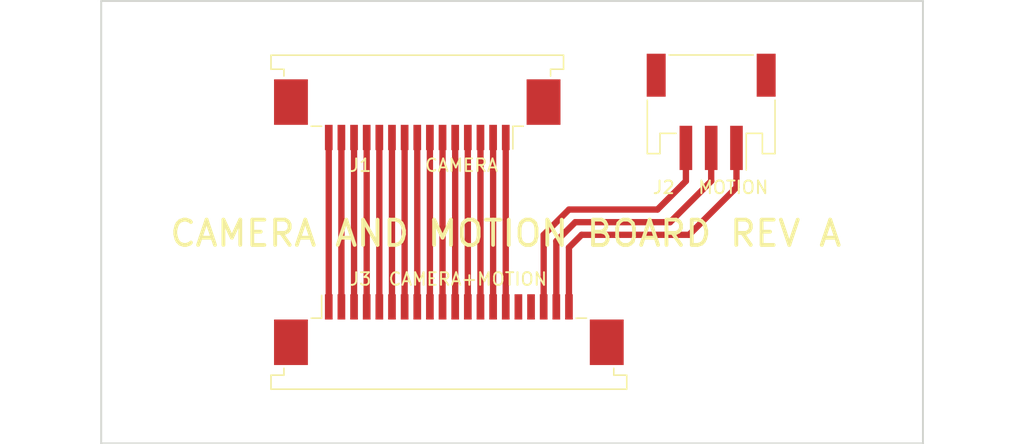
<source format=kicad_pcb>
(kicad_pcb (version 4) (host pcbnew 4.0.6)

  (general
    (links 18)
    (no_connects 0)
    (area 91.919048 99.924999 173.080953 135.075001)
    (thickness 1.6)
    (drawings 5)
    (tracks 33)
    (zones 0)
    (modules 7)
    (nets 21)
  )

  (page A4)
  (layers
    (0 F.Cu signal)
    (31 B.Cu signal)
    (32 B.Adhes user)
    (33 F.Adhes user)
    (34 B.Paste user)
    (35 F.Paste user)
    (36 B.SilkS user)
    (37 F.SilkS user)
    (38 B.Mask user)
    (39 F.Mask user)
    (40 Dwgs.User user)
    (41 Cmts.User user)
    (42 Eco1.User user)
    (43 Eco2.User user)
    (44 Edge.Cuts user)
    (45 Margin user)
    (46 B.CrtYd user)
    (47 F.CrtYd user)
    (48 B.Fab user)
    (49 F.Fab user)
  )

  (setup
    (last_trace_width 0.5)
    (user_trace_width 0.35)
    (user_trace_width 0.4)
    (user_trace_width 0.45)
    (user_trace_width 0.5)
    (trace_clearance 0.2)
    (zone_clearance 0.508)
    (zone_45_only no)
    (trace_min 0.2)
    (segment_width 0.2)
    (edge_width 0.15)
    (via_size 0.6)
    (via_drill 0.4)
    (via_min_size 0.4)
    (via_min_drill 0.3)
    (uvia_size 0.3)
    (uvia_drill 0.1)
    (uvias_allowed no)
    (uvia_min_size 0.2)
    (uvia_min_drill 0.1)
    (pcb_text_width 0.3)
    (pcb_text_size 1.5 1.5)
    (mod_edge_width 0.15)
    (mod_text_size 1 1)
    (mod_text_width 0.15)
    (pad_size 1.524 1.524)
    (pad_drill 0.762)
    (pad_to_mask_clearance 0.2)
    (aux_axis_origin 0 0)
    (visible_elements FFFFFF7F)
    (pcbplotparams
      (layerselection 0x210a8_80000001)
      (usegerberextensions false)
      (excludeedgelayer true)
      (linewidth 0.100000)
      (plotframeref false)
      (viasonmask false)
      (mode 1)
      (useauxorigin false)
      (hpglpennumber 1)
      (hpglpenspeed 20)
      (hpglpendiameter 15)
      (hpglpenoverlay 2)
      (psnegative false)
      (psa4output false)
      (plotreference true)
      (plotvalue true)
      (plotinvisibletext false)
      (padsonsilk false)
      (subtractmaskfromsilk false)
      (outputformat 1)
      (mirror false)
      (drillshape 0)
      (scaleselection 1)
      (outputdirectory Gerbers))
  )

  (net 0 "")
  (net 1 "Net-(J1-Pad1)")
  (net 2 "Net-(J1-Pad2)")
  (net 3 "Net-(J1-Pad3)")
  (net 4 "Net-(J1-Pad4)")
  (net 5 "Net-(J1-Pad5)")
  (net 6 "Net-(J1-Pad6)")
  (net 7 "Net-(J1-Pad7)")
  (net 8 "Net-(J1-Pad8)")
  (net 9 "Net-(J1-Pad9)")
  (net 10 "Net-(J1-Pad10)")
  (net 11 "Net-(J1-Pad11)")
  (net 12 "Net-(J1-Pad12)")
  (net 13 "Net-(J1-Pad13)")
  (net 14 "Net-(J1-Pad14)")
  (net 15 "Net-(J1-Pad15)")
  (net 16 "Net-(J2-Pad1)")
  (net 17 "Net-(J2-Pad2)")
  (net 18 "Net-(J2-Pad3)")
  (net 19 "Net-(J3-Pad16)")
  (net 20 "Net-(J3-Pad17)")

  (net_class Default "This is the default net class."
    (clearance 0.2)
    (trace_width 0.25)
    (via_dia 0.6)
    (via_drill 0.4)
    (uvia_dia 0.3)
    (uvia_drill 0.1)
    (add_net "Net-(J1-Pad1)")
    (add_net "Net-(J1-Pad10)")
    (add_net "Net-(J1-Pad11)")
    (add_net "Net-(J1-Pad12)")
    (add_net "Net-(J1-Pad13)")
    (add_net "Net-(J1-Pad14)")
    (add_net "Net-(J1-Pad15)")
    (add_net "Net-(J1-Pad2)")
    (add_net "Net-(J1-Pad3)")
    (add_net "Net-(J1-Pad4)")
    (add_net "Net-(J1-Pad5)")
    (add_net "Net-(J1-Pad6)")
    (add_net "Net-(J1-Pad7)")
    (add_net "Net-(J1-Pad8)")
    (add_net "Net-(J1-Pad9)")
    (add_net "Net-(J2-Pad1)")
    (add_net "Net-(J2-Pad2)")
    (add_net "Net-(J2-Pad3)")
    (add_net "Net-(J3-Pad16)")
    (add_net "Net-(J3-Pad17)")
  )

  (module Connector_FFC-FPC:TE_1-84953-5_1x15_P1.0mm_Horizontal (layer F.Cu) (tedit 5AF0958A) (tstamp 5AF10673)
    (at 125 109 180)
    (descr "TE FPC connector, 15 top-side contacts, 1.0mm pitch, 1.0mm height, SMT, http://www.te.com/commerce/DocumentDelivery/DDEController?Action=srchrtrv&DocNm=84953&DocType=Customer+Drawing&DocLang=English&DocFormat=pdf&PartCntxt=84953-4")
    (tags "te fpc 84953")
    (path /5AF08486)
    (attr smd)
    (fp_text reference J1 (at 4.5 -4 180) (layer F.SilkS)
      (effects (font (size 1 1) (thickness 0.15)))
    )
    (fp_text value CAMERA (at -3.5 -4 180) (layer F.SilkS)
      (effects (font (size 1 1) (thickness 0.15)))
    )
    (fp_line (start -10.435 -0.8) (end 10.435 -0.8) (layer F.Fab) (width 0.1))
    (fp_line (start 10.435 -0.8) (end 10.435 3.71) (layer F.Fab) (width 0.1))
    (fp_line (start 10.435 3.71) (end 11.46 3.71) (layer F.Fab) (width 0.1))
    (fp_line (start 11.46 3.71) (end 11.46 4.6) (layer F.Fab) (width 0.1))
    (fp_line (start 11.46 4.6) (end -11.46 4.6) (layer F.Fab) (width 0.1))
    (fp_line (start -11.46 4.6) (end -11.46 3.71) (layer F.Fab) (width 0.1))
    (fp_line (start -11.46 3.71) (end -10.435 3.71) (layer F.Fab) (width 0.1))
    (fp_line (start -10.435 3.71) (end -10.435 -0.8) (layer F.Fab) (width 0.1))
    (fp_line (start -7.5 -0.8) (end -7 0.2) (layer F.Fab) (width 0.1))
    (fp_line (start -7 0.2) (end -6.5 -0.8) (layer F.Fab) (width 0.1))
    (fp_line (start 10.435 4.6) (end 10.435 5.61) (layer F.Fab) (width 0.1))
    (fp_line (start 10.435 5.61) (end 11.46 5.61) (layer F.Fab) (width 0.1))
    (fp_line (start 11.46 5.61) (end 11.46 6.5) (layer F.Fab) (width 0.1))
    (fp_line (start 11.46 6.5) (end -11.46 6.5) (layer F.Fab) (width 0.1))
    (fp_line (start -11.46 6.5) (end -11.46 5.61) (layer F.Fab) (width 0.1))
    (fp_line (start -11.46 5.61) (end -10.435 5.61) (layer F.Fab) (width 0.1))
    (fp_line (start -10.435 5.61) (end -10.435 4.6) (layer F.Fab) (width 0.1))
    (fp_line (start 10.545 3.06) (end 10.545 3.6) (layer F.SilkS) (width 0.12))
    (fp_line (start 10.545 3.6) (end 11.57 3.6) (layer F.SilkS) (width 0.12))
    (fp_line (start 11.57 3.6) (end 11.57 4.71) (layer F.SilkS) (width 0.12))
    (fp_line (start 11.57 4.71) (end -11.57 4.71) (layer F.SilkS) (width 0.12))
    (fp_line (start -11.57 4.71) (end -11.57 3.6) (layer F.SilkS) (width 0.12))
    (fp_line (start -11.57 3.6) (end -10.545 3.6) (layer F.SilkS) (width 0.12))
    (fp_line (start -10.545 3.6) (end -10.545 3.06) (layer F.SilkS) (width 0.12))
    (fp_line (start -8.39 -0.91) (end -7.565 -0.91) (layer F.SilkS) (width 0.12))
    (fp_line (start -7.565 -0.91) (end -7.565 -2.71) (layer F.SilkS) (width 0.12))
    (fp_line (start 7.565 -0.91) (end 8.39 -0.91) (layer F.SilkS) (width 0.12))
    (fp_line (start -11.96 -3.3) (end -11.96 7) (layer F.CrtYd) (width 0.05))
    (fp_line (start -11.96 7) (end 11.96 7) (layer F.CrtYd) (width 0.05))
    (fp_line (start 11.96 7) (end 11.96 -3.3) (layer F.CrtYd) (width 0.05))
    (fp_line (start 11.96 -3.3) (end -11.96 -3.3) (layer F.CrtYd) (width 0.05))
    (fp_text user %R (at 0 1.9 180) (layer F.Fab)
      (effects (font (size 1 1) (thickness 0.15)))
    )
    (pad 1 smd rect (at -7 -1.8 180) (size 0.61 2) (layers F.Cu F.Paste F.Mask)
      (net 1 "Net-(J1-Pad1)"))
    (pad 2 smd rect (at -6 -1.8 180) (size 0.61 2) (layers F.Cu F.Paste F.Mask)
      (net 2 "Net-(J1-Pad2)"))
    (pad 3 smd rect (at -5 -1.8 180) (size 0.61 2) (layers F.Cu F.Paste F.Mask)
      (net 3 "Net-(J1-Pad3)"))
    (pad 4 smd rect (at -4 -1.8 180) (size 0.61 2) (layers F.Cu F.Paste F.Mask)
      (net 4 "Net-(J1-Pad4)"))
    (pad 5 smd rect (at -3 -1.8 180) (size 0.61 2) (layers F.Cu F.Paste F.Mask)
      (net 5 "Net-(J1-Pad5)"))
    (pad 6 smd rect (at -2 -1.8 180) (size 0.61 2) (layers F.Cu F.Paste F.Mask)
      (net 6 "Net-(J1-Pad6)"))
    (pad 7 smd rect (at -1 -1.8 180) (size 0.61 2) (layers F.Cu F.Paste F.Mask)
      (net 7 "Net-(J1-Pad7)"))
    (pad 8 smd rect (at 0 -1.8 180) (size 0.61 2) (layers F.Cu F.Paste F.Mask)
      (net 8 "Net-(J1-Pad8)"))
    (pad 9 smd rect (at 1 -1.8 180) (size 0.61 2) (layers F.Cu F.Paste F.Mask)
      (net 9 "Net-(J1-Pad9)"))
    (pad 10 smd rect (at 2 -1.8 180) (size 0.61 2) (layers F.Cu F.Paste F.Mask)
      (net 10 "Net-(J1-Pad10)"))
    (pad 11 smd rect (at 3 -1.8 180) (size 0.61 2) (layers F.Cu F.Paste F.Mask)
      (net 11 "Net-(J1-Pad11)"))
    (pad 12 smd rect (at 4 -1.8 180) (size 0.61 2) (layers F.Cu F.Paste F.Mask)
      (net 12 "Net-(J1-Pad12)"))
    (pad 13 smd rect (at 5 -1.8 180) (size 0.61 2) (layers F.Cu F.Paste F.Mask)
      (net 13 "Net-(J1-Pad13)"))
    (pad 14 smd rect (at 6 -1.8 180) (size 0.61 2) (layers F.Cu F.Paste F.Mask)
      (net 14 "Net-(J1-Pad14)"))
    (pad 15 smd rect (at 7 -1.8 180) (size 0.61 2) (layers F.Cu F.Paste F.Mask)
      (net 15 "Net-(J1-Pad15)"))
    (pad "" smd rect (at -9.99 1 180) (size 2.68 3.6) (layers F.Cu F.Paste F.Mask))
    (pad "" smd rect (at 9.99 1 180) (size 2.68 3.6) (layers F.Cu F.Paste F.Mask))
    (model C:/CameraBoard/3D/1-84953-5.STEP
      (at (xyz 0 0 0))
      (scale (xyz 1 1 1))
      (rotate (xyz 0 0 0))
    )
  )

  (module Connectors_JST:JST_PH_S3B-PH-SM4-TB_03x2.00mm_Angled (layer F.Cu) (tedit 5AF095A3) (tstamp 5AF10695)
    (at 148.25 108.75 180)
    (descr "JST PH series connector, S3B-PH-SM4-TB, side entry type, surface mount, Datasheet: http://www.jst-mfg.com/product/pdf/eng/ePH.pdf")
    (tags "connector jst ph")
    (path /5AF08529)
    (attr smd)
    (fp_text reference J2 (at 3.75 -6 180) (layer F.SilkS)
      (effects (font (size 1 1) (thickness 0.15)))
    )
    (fp_text value MOTION (at -1.75 -6 180) (layer F.SilkS)
      (effects (font (size 1 1) (thickness 0.15)))
    )
    (fp_line (start -4.15 -1.625) (end -4.15 -3.225) (layer F.Fab) (width 0.1))
    (fp_line (start -4.15 -3.225) (end -4.95 -3.225) (layer F.Fab) (width 0.1))
    (fp_line (start -4.95 -3.225) (end -4.95 4.375) (layer F.Fab) (width 0.1))
    (fp_line (start -4.95 4.375) (end 4.95 4.375) (layer F.Fab) (width 0.1))
    (fp_line (start 4.95 4.375) (end 4.95 -3.225) (layer F.Fab) (width 0.1))
    (fp_line (start 4.95 -3.225) (end 4.15 -3.225) (layer F.Fab) (width 0.1))
    (fp_line (start 4.15 -3.225) (end 4.15 -1.625) (layer F.Fab) (width 0.1))
    (fp_line (start 4.15 -1.625) (end -4.15 -1.625) (layer F.Fab) (width 0.1))
    (fp_line (start -2.775 -1.725) (end -4.05 -1.725) (layer F.SilkS) (width 0.12))
    (fp_line (start -4.05 -1.725) (end -4.05 -3.325) (layer F.SilkS) (width 0.12))
    (fp_line (start -4.05 -3.325) (end -5.05 -3.325) (layer F.SilkS) (width 0.12))
    (fp_line (start -5.05 -3.325) (end -5.05 0.9) (layer F.SilkS) (width 0.12))
    (fp_line (start 5.05 0.9) (end 5.05 -3.325) (layer F.SilkS) (width 0.12))
    (fp_line (start 5.05 -3.325) (end 4.05 -3.325) (layer F.SilkS) (width 0.12))
    (fp_line (start 4.05 -3.325) (end 4.05 -1.725) (layer F.SilkS) (width 0.12))
    (fp_line (start 4.05 -1.725) (end 2.775 -1.725) (layer F.SilkS) (width 0.12))
    (fp_line (start -3.325 4.475) (end 3.325 4.475) (layer F.SilkS) (width 0.12))
    (fp_line (start -2.775 -1.725) (end -2.775 -4.625) (layer F.SilkS) (width 0.12))
    (fp_line (start -3 -1.625) (end -2 -0.625) (layer F.Fab) (width 0.1))
    (fp_line (start -2 -0.625) (end -1 -1.625) (layer F.Fab) (width 0.1))
    (fp_line (start -5.6 -5.13) (end -5.6 5.07) (layer F.CrtYd) (width 0.05))
    (fp_line (start -5.6 5.07) (end 5.6 5.07) (layer F.CrtYd) (width 0.05))
    (fp_line (start 5.6 5.07) (end 5.6 -5.13) (layer F.CrtYd) (width 0.05))
    (fp_line (start 5.6 -5.13) (end -5.6 -5.13) (layer F.CrtYd) (width 0.05))
    (fp_text user %R (at 0 1.5 180) (layer F.Fab)
      (effects (font (size 1 1) (thickness 0.15)))
    )
    (pad 1 smd rect (at -2 -2.875 180) (size 1 3.5) (layers F.Cu F.Paste F.Mask)
      (net 16 "Net-(J2-Pad1)"))
    (pad 2 smd rect (at 0 -2.875 180) (size 1 3.5) (layers F.Cu F.Paste F.Mask)
      (net 17 "Net-(J2-Pad2)"))
    (pad 3 smd rect (at 2 -2.875 180) (size 1 3.5) (layers F.Cu F.Paste F.Mask)
      (net 18 "Net-(J2-Pad3)"))
    (pad "" smd rect (at -4.35 2.875 180) (size 1.5 3.4) (layers F.Cu F.Paste F.Mask))
    (pad "" smd rect (at 4.35 2.875 180) (size 1.5 3.4) (layers F.Cu F.Paste F.Mask))
    (model C:/CameraBoard/3D/S3B-PH-SM4.STEP
      (at (xyz 0 0 0))
      (scale (xyz 1 1 1))
      (rotate (xyz 0 0 0))
    )
  )

  (module Connector_FFC-FPC:TE_2-84953-0_1x20_P1.0mm_Horizontal (layer F.Cu) (tedit 5AF09598) (tstamp 5AF106CF)
    (at 127.5 126)
    (descr "TE FPC connector, 20 top-side contacts, 1.0mm pitch, 1.0mm height, SMT, http://www.te.com/commerce/DocumentDelivery/DDEController?Action=srchrtrv&DocNm=84953&DocType=Customer+Drawing&DocLang=English&DocFormat=pdf&PartCntxt=84953-4")
    (tags "te fpc 84953")
    (path /5AF085E0)
    (attr smd)
    (fp_text reference J3 (at -7 -4) (layer F.SilkS)
      (effects (font (size 1 1) (thickness 0.15)))
    )
    (fp_text value CAMERA+MOTION (at 1.5 -4) (layer F.SilkS)
      (effects (font (size 1 1) (thickness 0.15)))
    )
    (fp_line (start -12.935 -0.8) (end 12.935 -0.8) (layer F.Fab) (width 0.1))
    (fp_line (start 12.935 -0.8) (end 12.935 3.71) (layer F.Fab) (width 0.1))
    (fp_line (start 12.935 3.71) (end 13.96 3.71) (layer F.Fab) (width 0.1))
    (fp_line (start 13.96 3.71) (end 13.96 4.6) (layer F.Fab) (width 0.1))
    (fp_line (start 13.96 4.6) (end -13.96 4.6) (layer F.Fab) (width 0.1))
    (fp_line (start -13.96 4.6) (end -13.96 3.71) (layer F.Fab) (width 0.1))
    (fp_line (start -13.96 3.71) (end -12.935 3.71) (layer F.Fab) (width 0.1))
    (fp_line (start -12.935 3.71) (end -12.935 -0.8) (layer F.Fab) (width 0.1))
    (fp_line (start -10 -0.8) (end -9.5 0.2) (layer F.Fab) (width 0.1))
    (fp_line (start -9.5 0.2) (end -9 -0.8) (layer F.Fab) (width 0.1))
    (fp_line (start 12.935 4.6) (end 12.935 5.61) (layer F.Fab) (width 0.1))
    (fp_line (start 12.935 5.61) (end 13.96 5.61) (layer F.Fab) (width 0.1))
    (fp_line (start 13.96 5.61) (end 13.96 6.5) (layer F.Fab) (width 0.1))
    (fp_line (start 13.96 6.5) (end -13.96 6.5) (layer F.Fab) (width 0.1))
    (fp_line (start -13.96 6.5) (end -13.96 5.61) (layer F.Fab) (width 0.1))
    (fp_line (start -13.96 5.61) (end -12.935 5.61) (layer F.Fab) (width 0.1))
    (fp_line (start -12.935 5.61) (end -12.935 4.6) (layer F.Fab) (width 0.1))
    (fp_line (start 13.045 3.06) (end 13.045 3.6) (layer F.SilkS) (width 0.12))
    (fp_line (start 13.045 3.6) (end 14.07 3.6) (layer F.SilkS) (width 0.12))
    (fp_line (start 14.07 3.6) (end 14.07 4.71) (layer F.SilkS) (width 0.12))
    (fp_line (start 14.07 4.71) (end -14.07 4.71) (layer F.SilkS) (width 0.12))
    (fp_line (start -14.07 4.71) (end -14.07 3.6) (layer F.SilkS) (width 0.12))
    (fp_line (start -14.07 3.6) (end -13.045 3.6) (layer F.SilkS) (width 0.12))
    (fp_line (start -13.045 3.6) (end -13.045 3.06) (layer F.SilkS) (width 0.12))
    (fp_line (start -10.89 -0.91) (end -10.065 -0.91) (layer F.SilkS) (width 0.12))
    (fp_line (start -10.065 -0.91) (end -10.065 -2.71) (layer F.SilkS) (width 0.12))
    (fp_line (start 10.065 -0.91) (end 10.89 -0.91) (layer F.SilkS) (width 0.12))
    (fp_line (start -14.46 -3.3) (end -14.46 7) (layer F.CrtYd) (width 0.05))
    (fp_line (start -14.46 7) (end 14.46 7) (layer F.CrtYd) (width 0.05))
    (fp_line (start 14.46 7) (end 14.46 -3.3) (layer F.CrtYd) (width 0.05))
    (fp_line (start 14.46 -3.3) (end -14.46 -3.3) (layer F.CrtYd) (width 0.05))
    (fp_text user %R (at 0 1.9) (layer F.Fab)
      (effects (font (size 1 1) (thickness 0.15)))
    )
    (pad 1 smd rect (at -9.5 -1.8) (size 0.61 2) (layers F.Cu F.Paste F.Mask)
      (net 15 "Net-(J1-Pad15)"))
    (pad 2 smd rect (at -8.5 -1.8) (size 0.61 2) (layers F.Cu F.Paste F.Mask)
      (net 14 "Net-(J1-Pad14)"))
    (pad 3 smd rect (at -7.5 -1.8) (size 0.61 2) (layers F.Cu F.Paste F.Mask)
      (net 13 "Net-(J1-Pad13)"))
    (pad 4 smd rect (at -6.5 -1.8) (size 0.61 2) (layers F.Cu F.Paste F.Mask)
      (net 12 "Net-(J1-Pad12)"))
    (pad 5 smd rect (at -5.5 -1.8) (size 0.61 2) (layers F.Cu F.Paste F.Mask)
      (net 11 "Net-(J1-Pad11)"))
    (pad 6 smd rect (at -4.5 -1.8) (size 0.61 2) (layers F.Cu F.Paste F.Mask)
      (net 10 "Net-(J1-Pad10)"))
    (pad 7 smd rect (at -3.5 -1.8) (size 0.61 2) (layers F.Cu F.Paste F.Mask)
      (net 9 "Net-(J1-Pad9)"))
    (pad 8 smd rect (at -2.5 -1.8) (size 0.61 2) (layers F.Cu F.Paste F.Mask)
      (net 8 "Net-(J1-Pad8)"))
    (pad 9 smd rect (at -1.5 -1.8) (size 0.61 2) (layers F.Cu F.Paste F.Mask)
      (net 7 "Net-(J1-Pad7)"))
    (pad 10 smd rect (at -0.5 -1.8) (size 0.61 2) (layers F.Cu F.Paste F.Mask)
      (net 6 "Net-(J1-Pad6)"))
    (pad 11 smd rect (at 0.5 -1.8) (size 0.61 2) (layers F.Cu F.Paste F.Mask)
      (net 5 "Net-(J1-Pad5)"))
    (pad 12 smd rect (at 1.5 -1.8) (size 0.61 2) (layers F.Cu F.Paste F.Mask)
      (net 4 "Net-(J1-Pad4)"))
    (pad 13 smd rect (at 2.5 -1.8) (size 0.61 2) (layers F.Cu F.Paste F.Mask)
      (net 3 "Net-(J1-Pad3)"))
    (pad 14 smd rect (at 3.5 -1.8) (size 0.61 2) (layers F.Cu F.Paste F.Mask)
      (net 2 "Net-(J1-Pad2)"))
    (pad 15 smd rect (at 4.5 -1.8) (size 0.61 2) (layers F.Cu F.Paste F.Mask)
      (net 1 "Net-(J1-Pad1)"))
    (pad 16 smd rect (at 5.5 -1.8) (size 0.61 2) (layers F.Cu F.Paste F.Mask)
      (net 19 "Net-(J3-Pad16)"))
    (pad 17 smd rect (at 6.5 -1.8) (size 0.61 2) (layers F.Cu F.Paste F.Mask)
      (net 20 "Net-(J3-Pad17)"))
    (pad 18 smd rect (at 7.5 -1.8) (size 0.61 2) (layers F.Cu F.Paste F.Mask)
      (net 18 "Net-(J2-Pad3)"))
    (pad 19 smd rect (at 8.5 -1.8) (size 0.61 2) (layers F.Cu F.Paste F.Mask)
      (net 17 "Net-(J2-Pad2)"))
    (pad 20 smd rect (at 9.5 -1.8) (size 0.61 2) (layers F.Cu F.Paste F.Mask)
      (net 16 "Net-(J2-Pad1)"))
    (pad "" smd rect (at -12.49 1) (size 2.68 3.6) (layers F.Cu F.Paste F.Mask))
    (pad "" smd rect (at 12.49 1) (size 2.68 3.6) (layers F.Cu F.Paste F.Mask))
    (model C:/CameraBoard/3D/2-84953-0.STEP
      (at (xyz 0 0 0))
      (scale (xyz 1 1 1))
      (rotate (xyz 0 0 0))
    )
  )

  (module Mounting_Holes:MountingHole_3.2mm_M3_ISO7380 (layer F.Cu) (tedit 5AF097B4) (tstamp 5AF12558)
    (at 105 105)
    (descr "Mounting Hole 3.2mm, no annular, M3, ISO7380")
    (tags "mounting hole 3.2mm no annular m3 iso7380")
    (attr virtual)
    (fp_text reference REF** (at 0 -3.85) (layer F.Fab)
      (effects (font (size 1 1) (thickness 0.15)))
    )
    (fp_text value MountingHole_3.2mm_M3_ISO7380 (at 0 3.85) (layer F.Fab)
      (effects (font (size 1 1) (thickness 0.15)))
    )
    (fp_text user %R (at 0.3 0) (layer F.Fab)
      (effects (font (size 1 1) (thickness 0.15)))
    )
    (fp_circle (center 0 0) (end 2.85 0) (layer Cmts.User) (width 0.15))
    (fp_circle (center 0 0) (end 3.1 0) (layer F.CrtYd) (width 0.05))
    (pad 1 np_thru_hole circle (at 0 0) (size 3.2 3.2) (drill 3.2) (layers *.Cu *.Mask))
  )

  (module Mounting_Holes:MountingHole_3.2mm_M3_ISO7380 (layer F.Cu) (tedit 5AF097B8) (tstamp 5AF1255D)
    (at 105 130)
    (descr "Mounting Hole 3.2mm, no annular, M3, ISO7380")
    (tags "mounting hole 3.2mm no annular m3 iso7380")
    (attr virtual)
    (fp_text reference REF** (at 0 -3.85) (layer F.Fab)
      (effects (font (size 1 1) (thickness 0.15)))
    )
    (fp_text value MountingHole_3.2mm_M3_ISO7380 (at 0 3.85) (layer F.Fab)
      (effects (font (size 1 1) (thickness 0.15)))
    )
    (fp_text user %R (at 0.3 0) (layer F.Fab)
      (effects (font (size 1 1) (thickness 0.15)))
    )
    (fp_circle (center 0 0) (end 2.85 0) (layer Cmts.User) (width 0.15))
    (fp_circle (center 0 0) (end 3.1 0) (layer F.CrtYd) (width 0.05))
    (pad 1 np_thru_hole circle (at 0 0) (size 3.2 3.2) (drill 3.2) (layers *.Cu *.Mask))
  )

  (module Mounting_Holes:MountingHole_3.2mm_M3_ISO7380 (layer F.Cu) (tedit 5AF097BD) (tstamp 5AF1255E)
    (at 160 130)
    (descr "Mounting Hole 3.2mm, no annular, M3, ISO7380")
    (tags "mounting hole 3.2mm no annular m3 iso7380")
    (attr virtual)
    (fp_text reference REF** (at 0 -3.85) (layer F.Fab)
      (effects (font (size 1 1) (thickness 0.15)))
    )
    (fp_text value MountingHole_3.2mm_M3_ISO7380 (at 0 3.85) (layer F.Fab)
      (effects (font (size 1 1) (thickness 0.15)))
    )
    (fp_text user %R (at 0.3 0) (layer F.Fab)
      (effects (font (size 1 1) (thickness 0.15)))
    )
    (fp_circle (center 0 0) (end 2.85 0) (layer Cmts.User) (width 0.15))
    (fp_circle (center 0 0) (end 3.1 0) (layer F.CrtYd) (width 0.05))
    (pad 1 np_thru_hole circle (at 0 0) (size 3.2 3.2) (drill 3.2) (layers *.Cu *.Mask))
  )

  (module Mounting_Holes:MountingHole_3.2mm_M3_ISO7380 (layer F.Cu) (tedit 5AF097C1) (tstamp 5AF1255F)
    (at 160 105)
    (descr "Mounting Hole 3.2mm, no annular, M3, ISO7380")
    (tags "mounting hole 3.2mm no annular m3 iso7380")
    (attr virtual)
    (fp_text reference REF** (at 0 -3.85) (layer F.Fab)
      (effects (font (size 1 1) (thickness 0.15)))
    )
    (fp_text value MountingHole_3.2mm_M3_ISO7380 (at 0 3.85) (layer F.Fab)
      (effects (font (size 1 1) (thickness 0.15)))
    )
    (fp_text user %R (at 0.3 0) (layer F.Fab)
      (effects (font (size 1 1) (thickness 0.15)))
    )
    (fp_circle (center 0 0) (end 2.85 0) (layer Cmts.User) (width 0.15))
    (fp_circle (center 0 0) (end 3.1 0) (layer F.CrtYd) (width 0.05))
    (pad 1 np_thru_hole circle (at 0 0) (size 3.2 3.2) (drill 3.2) (layers *.Cu *.Mask))
  )

  (gr_text "CAMERA AND MOTION BOARD REV A\n\n" (at 132 120) (layer F.SilkS)
    (effects (font (size 2 2) (thickness 0.3)))
  )
  (gr_line (start 100 135) (end 100 100) (angle 90) (layer Edge.Cuts) (width 0.15))
  (gr_line (start 165 135) (end 100 135) (angle 90) (layer Edge.Cuts) (width 0.15))
  (gr_line (start 165 100) (end 165 135) (angle 90) (layer Edge.Cuts) (width 0.15))
  (gr_line (start 100 100) (end 165 100) (angle 90) (layer Edge.Cuts) (width 0.15))

  (segment (start 132 110.8) (end 132 124.2) (width 0.5) (layer F.Cu) (net 1) (status 20))
  (segment (start 131 110.8) (end 131 124.2) (width 0.5) (layer F.Cu) (net 2) (status 20))
  (segment (start 130 110.8) (end 130 124.2) (width 0.5) (layer F.Cu) (net 3) (status 20))
  (segment (start 129 110.8) (end 129 124.2) (width 0.5) (layer F.Cu) (net 4) (status 20))
  (segment (start 128 110.8) (end 128 124.2) (width 0.5) (layer F.Cu) (net 5) (status 20))
  (segment (start 127 110.8) (end 127 124.2) (width 0.5) (layer F.Cu) (net 6) (status 20))
  (segment (start 126 110.8) (end 126 124.2) (width 0.5) (layer F.Cu) (net 7) (status 20))
  (segment (start 125 110.8) (end 125 124.2) (width 0.5) (layer F.Cu) (net 8) (status 20))
  (segment (start 124 110.8) (end 124 124.2) (width 0.5) (layer F.Cu) (net 9) (status 20))
  (segment (start 123 110.8) (end 123 124.2) (width 0.5) (layer F.Cu) (net 10) (status 20))
  (segment (start 122 110.8) (end 122 124.2) (width 0.5) (layer F.Cu) (net 11) (status 20))
  (segment (start 121 110.8) (end 121 124.2) (width 0.5) (layer F.Cu) (net 12) (status 20))
  (segment (start 120 110.8) (end 120 124.2) (width 0.5) (layer F.Cu) (net 13) (status 20))
  (segment (start 119 110.8) (end 119 124.2) (width 0.5) (layer F.Cu) (net 14) (status 20))
  (segment (start 118 110.8) (end 118 124.2) (width 0.5) (layer F.Cu) (net 15) (status 20))
  (segment (start 150.25 111.625) (end 150.25 114.75) (width 0.5) (layer F.Cu) (net 16))
  (segment (start 150 115) (end 146.5 118.5) (width 0.5) (layer F.Cu) (net 16) (tstamp 5AF10CD9))
  (segment (start 150.25 114.75) (end 150 115) (width 0.5) (layer F.Cu) (net 16) (tstamp 5AF10941))
  (segment (start 146.5 118.5) (end 138 118.5) (width 0.5) (layer F.Cu) (net 16) (tstamp 5AF10943))
  (segment (start 138 118.5) (end 137 119.5) (width 0.5) (layer F.Cu) (net 16) (tstamp 5AF10945))
  (segment (start 137 119.5) (end 137 124.2) (width 0.5) (layer F.Cu) (net 16) (tstamp 5AF10946) (status 20))
  (segment (start 148.25 111.625) (end 148.25 114.25) (width 0.5) (layer F.Cu) (net 17))
  (segment (start 148 114.5) (end 145 117.5) (width 0.5) (layer F.Cu) (net 17) (tstamp 5AF10CDE))
  (segment (start 148.25 114.25) (end 148 114.5) (width 0.5) (layer F.Cu) (net 17) (tstamp 5AF10939))
  (segment (start 145 117.5) (end 137.5 117.5) (width 0.5) (layer F.Cu) (net 17) (tstamp 5AF1093B))
  (segment (start 137.5 117.5) (end 136 119) (width 0.5) (layer F.Cu) (net 17) (tstamp 5AF1093D))
  (segment (start 136 119) (end 136 124.2) (width 0.5) (layer F.Cu) (net 17) (tstamp 5AF1093E) (status 20))
  (segment (start 146.25 111.625) (end 146.25 114.25) (width 0.5) (layer F.Cu) (net 18))
  (segment (start 146 114.5) (end 144 116.5) (width 0.5) (layer F.Cu) (net 18) (tstamp 5AF10CE3))
  (segment (start 146.25 114.25) (end 146 114.5) (width 0.5) (layer F.Cu) (net 18) (tstamp 5AF10930))
  (segment (start 144 116.5) (end 137 116.5) (width 0.5) (layer F.Cu) (net 18) (tstamp 5AF10931))
  (segment (start 137 116.5) (end 135 118.5) (width 0.5) (layer F.Cu) (net 18) (tstamp 5AF10933))
  (segment (start 135 118.5) (end 135 124.2) (width 0.5) (layer F.Cu) (net 18) (tstamp 5AF10935) (status 20))

)

</source>
